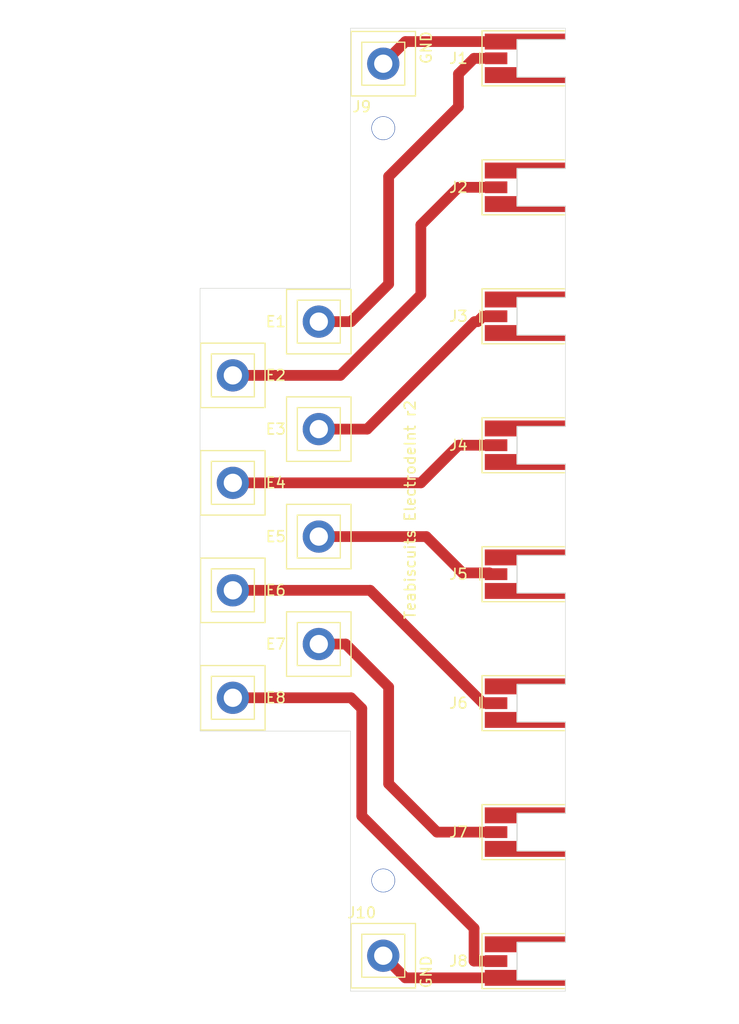
<source format=kicad_pcb>
(kicad_pcb (version 20171130) (host pcbnew "(5.1.6-0-10_14)")

  (general
    (thickness 1.6)
    (drawings 19)
    (tracks 46)
    (zones 0)
    (modules 18)
    (nets 10)
  )

  (page A4)
  (layers
    (0 F.Cu signal)
    (31 B.Cu signal)
    (32 B.Adhes user)
    (33 F.Adhes user)
    (34 B.Paste user)
    (35 F.Paste user)
    (36 B.SilkS user)
    (37 F.SilkS user)
    (38 B.Mask user)
    (39 F.Mask user)
    (40 Dwgs.User user)
    (41 Cmts.User user)
    (42 Eco1.User user)
    (43 Eco2.User user)
    (44 Edge.Cuts user)
    (45 Margin user)
    (46 B.CrtYd user)
    (47 F.CrtYd user)
    (48 B.Fab user)
    (49 F.Fab user)
  )

  (setup
    (last_trace_width 1)
    (trace_clearance 0.2)
    (zone_clearance 0.508)
    (zone_45_only no)
    (trace_min 0.2)
    (via_size 0.8)
    (via_drill 0.4)
    (via_min_size 0.4)
    (via_min_drill 0.3)
    (uvia_size 0.3)
    (uvia_drill 0.1)
    (uvias_allowed no)
    (uvia_min_size 0.2)
    (uvia_min_drill 0.1)
    (edge_width 0.05)
    (segment_width 0.2)
    (pcb_text_width 0.3)
    (pcb_text_size 1.5 1.5)
    (mod_edge_width 0.12)
    (mod_text_size 1 1)
    (mod_text_width 0.15)
    (pad_size 3 1.48)
    (pad_drill 0)
    (pad_to_mask_clearance 0.051)
    (solder_mask_min_width 0.25)
    (aux_axis_origin 0 0)
    (visible_elements FFFFFF7F)
    (pcbplotparams
      (layerselection 0x010fc_ffffffff)
      (usegerberextensions false)
      (usegerberattributes false)
      (usegerberadvancedattributes false)
      (creategerberjobfile false)
      (excludeedgelayer true)
      (linewidth 0.100000)
      (plotframeref false)
      (viasonmask false)
      (mode 1)
      (useauxorigin false)
      (hpglpennumber 1)
      (hpglpenspeed 20)
      (hpglpendiameter 15.000000)
      (psnegative false)
      (psa4output false)
      (plotreference true)
      (plotvalue true)
      (plotinvisibletext false)
      (padsonsilk false)
      (subtractmaskfromsilk false)
      (outputformat 1)
      (mirror false)
      (drillshape 0)
      (scaleselection 1)
      (outputdirectory "gerbers/"))
  )

  (net 0 "")
  (net 1 "Net-(E1-Pad1)")
  (net 2 "Net-(E2-Pad1)")
  (net 3 "Net-(E3-Pad1)")
  (net 4 "Net-(E4-Pad1)")
  (net 5 "Net-(E5-Pad1)")
  (net 6 "Net-(E6-Pad1)")
  (net 7 "Net-(E7-Pad1)")
  (net 8 "Net-(E8-Pad1)")
  (net 9 GND)

  (net_class Default "This is the default net class."
    (clearance 0.2)
    (trace_width 1)
    (via_dia 0.8)
    (via_drill 0.4)
    (uvia_dia 0.3)
    (uvia_drill 0.1)
    (add_net GND)
    (add_net "Net-(E1-Pad1)")
    (add_net "Net-(E2-Pad1)")
    (add_net "Net-(E3-Pad1)")
    (add_net "Net-(E4-Pad1)")
    (add_net "Net-(E5-Pad1)")
    (add_net "Net-(E6-Pad1)")
    (add_net "Net-(E7-Pad1)")
    (add_net "Net-(E8-Pad1)")
  )

  (module Connector_Coaxial:MMCX_Molex_73415-0961_Horizontal_1.0mm-PCB (layer F.Cu) (tedit 5B958AF2) (tstamp 5F05DBA5)
    (at 141.2 44.5 180)
    (descr "Molex MMCX Horizontal Coaxial https://www.molex.com/pdm_docs/sd/734150961_sd.pdf")
    (tags "Molex MMCX Horizontal Coaxial")
    (path /5F06566F)
    (attr smd)
    (fp_text reference J1 (at 6.2 0 180) (layer F.SilkS)
      (effects (font (size 1 1) (thickness 0.15)))
    )
    (fp_text value Conn_Coaxial (at 0 3.5 180) (layer F.Fab)
      (effects (font (size 1 1) (thickness 0.15)))
    )
    (fp_text user "PCB edge" (at -3.35 0 270) (layer Dwgs.User)
      (effects (font (size 0.4 0.4) (thickness 0.06)))
    )
    (fp_text user %R (at 6.2 0 180) (layer F.Fab)
      (effects (font (size 1 1) (thickness 0.15)))
    )
    (fp_line (start 0.75 -1.75) (end -3.75 -1.75) (layer Edge.Cuts) (width 0.1))
    (fp_line (start 0.75 1.75) (end 0.75 -1.75) (layer Edge.Cuts) (width 0.1))
    (fp_line (start -3.75 1.75) (end 0.75 1.75) (layer Edge.Cuts) (width 0.1))
    (fp_line (start 3.18 0) (end 3.68 -0.5) (layer F.Fab) (width 0.1))
    (fp_line (start -3.75 -2.25) (end 3.68 -2.25) (layer F.Fab) (width 0.1))
    (fp_line (start -3.75 -2.25) (end -3.75 2.25) (layer F.Fab) (width 0.1))
    (fp_line (start 3.18 0) (end 3.68 0.5) (layer F.Fab) (width 0.1))
    (fp_line (start 3.68 2.25) (end 3.68 0.5) (layer F.Fab) (width 0.1))
    (fp_line (start -3.75 2.25) (end 3.68 2.25) (layer F.Fab) (width 0.1))
    (fp_line (start -3.75 1.75) (end -3.75 -1.75) (layer Dwgs.User) (width 0.1))
    (fp_line (start -3.69 -2.56) (end 4.01 -2.56) (layer F.SilkS) (width 0.12))
    (fp_line (start 4.01 2.56) (end 4.01 -2.56) (layer F.SilkS) (width 0.12))
    (fp_line (start -3.69 2.56) (end 4.01 2.56) (layer F.SilkS) (width 0.12))
    (fp_line (start 3.68 -0.5) (end 3.68 -2.25) (layer F.Fab) (width 0.1))
    (fp_line (start 4.21 -0.55) (end 4.21 0.55) (layer F.SilkS) (width 0.12))
    (fp_line (start -4.25 -2.8) (end -4.25 2.8) (layer F.CrtYd) (width 0.05))
    (fp_line (start 4.25 -2.8) (end 4.25 2.8) (layer F.CrtYd) (width 0.05))
    (fp_line (start -4.25 2.8) (end 4.25 2.8) (layer F.CrtYd) (width 0.05))
    (fp_line (start -4.25 -2.8) (end 4.25 -2.8) (layer F.CrtYd) (width 0.05))
    (pad 2 smd custom (at 2.25 1.56 180) (size 3 1.48) (layers F.Cu F.Paste F.Mask)
      (net 9 GND)
      (options (clearance outline) (anchor rect))
      (primitives
        (gr_poly (pts
           (xy -6 0.19) (xy -6 0.74) (xy -1.5 0.74) (xy -1.5 0.19)) (width 0))
      ))
    (pad 2 smd custom (at 2.25 -1.56 180) (size 3 1.48) (layers F.Cu F.Paste F.Mask)
      (net 9 GND)
      (options (clearance outline) (anchor rect))
      (primitives
        (gr_poly (pts
           (xy -6 -0.74) (xy -6 -0.19) (xy -1.5 -0.19) (xy -1.5 -0.74)) (width 0))
      ))
    (pad 1 smd rect (at 2.7 0 180) (size 2.1 1.1) (layers F.Cu F.Paste F.Mask)
      (net 1 "Net-(E1-Pad1)"))
    (model ${KISYS3DMOD}/Connector_Coaxial.3dshapes/MMCX_Molex_73415-0961_Horizontal.wrl
      (at (xyz 0 0 0))
      (scale (xyz 1 1 1))
      (rotate (xyz 0 0 0))
    )
  )

  (module screwterminal:KeystonePost (layer F.Cu) (tedit 5F282A0E) (tstamp 5F05E479)
    (at 128 128)
    (path /5F0CD856)
    (fp_text reference J10 (at -2 -4) (layer F.SilkS)
      (effects (font (size 1 1) (thickness 0.15)))
    )
    (fp_text value Conn_01x01 (at -15.5 5.5) (layer F.Fab)
      (effects (font (size 1 1) (thickness 0.15)))
    )
    (fp_line (start 3 3) (end 3 -3) (layer F.SilkS) (width 0.12))
    (fp_line (start -3 3) (end 3 3) (layer F.SilkS) (width 0.12))
    (fp_line (start -3 -3) (end -3 3) (layer F.SilkS) (width 0.12))
    (fp_line (start 3 -3) (end -3 -3) (layer F.SilkS) (width 0.12))
    (fp_line (start -2 2) (end -2 -2) (layer F.SilkS) (width 0.12))
    (fp_line (start 2 2) (end -2 2) (layer F.SilkS) (width 0.12))
    (fp_line (start 2 -2) (end 2 2) (layer F.SilkS) (width 0.12))
    (fp_line (start -2 -2) (end 2 -2) (layer F.SilkS) (width 0.12))
    (pad 1 thru_hole circle (at 0 0) (size 3 3) (drill 1.7) (layers *.Cu *.Mask)
      (net 9 GND))
  )

  (module screwterminal:KeystonePost (layer F.Cu) (tedit 5F282A0E) (tstamp 5F05DEC1)
    (at 128 45)
    (path /5F08875C)
    (fp_text reference J9 (at -2 4) (layer F.SilkS)
      (effects (font (size 1 1) (thickness 0.15)))
    )
    (fp_text value Conn_01x01 (at 0 -5.08) (layer F.Fab)
      (effects (font (size 1 1) (thickness 0.15)))
    )
    (fp_line (start 3 3) (end 3 -3) (layer F.SilkS) (width 0.12))
    (fp_line (start -3 3) (end 3 3) (layer F.SilkS) (width 0.12))
    (fp_line (start -3 -3) (end -3 3) (layer F.SilkS) (width 0.12))
    (fp_line (start 3 -3) (end -3 -3) (layer F.SilkS) (width 0.12))
    (fp_line (start -2 2) (end -2 -2) (layer F.SilkS) (width 0.12))
    (fp_line (start 2 2) (end -2 2) (layer F.SilkS) (width 0.12))
    (fp_line (start 2 -2) (end 2 2) (layer F.SilkS) (width 0.12))
    (fp_line (start -2 -2) (end 2 -2) (layer F.SilkS) (width 0.12))
    (pad 1 thru_hole circle (at 0 0) (size 3 3) (drill 1.7) (layers *.Cu *.Mask)
      (net 9 GND))
  )

  (module Connector_Coaxial:MMCX_Molex_73415-0961_Horizontal_1.0mm-PCB (layer F.Cu) (tedit 5B958AF2) (tstamp 5F05DBF6)
    (at 141.2 128.5 180)
    (descr "Molex MMCX Horizontal Coaxial https://www.molex.com/pdm_docs/sd/734150961_sd.pdf")
    (tags "Molex MMCX Horizontal Coaxial")
    (path /5F0964F4)
    (attr smd)
    (fp_text reference J8 (at 6.2 0) (layer F.SilkS)
      (effects (font (size 1 1) (thickness 0.15)))
    )
    (fp_text value Conn_Coaxial (at -13.02 0.4) (layer F.Fab)
      (effects (font (size 1 1) (thickness 0.15)))
    )
    (fp_text user "PCB edge" (at -3.35 0 90) (layer Dwgs.User)
      (effects (font (size 0.4 0.4) (thickness 0.06)))
    )
    (fp_text user %R (at -1.55 0) (layer F.Fab) hide
      (effects (font (size 1 1) (thickness 0.15)))
    )
    (fp_line (start 0.75 -1.75) (end -3.75 -1.75) (layer Edge.Cuts) (width 0.1))
    (fp_line (start 0.75 1.75) (end 0.75 -1.75) (layer Edge.Cuts) (width 0.1))
    (fp_line (start -3.75 1.75) (end 0.75 1.75) (layer Edge.Cuts) (width 0.1))
    (fp_line (start 3.18 0) (end 3.68 -0.5) (layer F.Fab) (width 0.1))
    (fp_line (start -3.75 -2.25) (end 3.68 -2.25) (layer F.Fab) (width 0.1))
    (fp_line (start -3.75 -2.25) (end -3.75 2.25) (layer F.Fab) (width 0.1))
    (fp_line (start 3.18 0) (end 3.68 0.5) (layer F.Fab) (width 0.1))
    (fp_line (start 3.68 2.25) (end 3.68 0.5) (layer F.Fab) (width 0.1))
    (fp_line (start -3.75 2.25) (end 3.68 2.25) (layer F.Fab) (width 0.1))
    (fp_line (start -3.75 1.75) (end -3.75 -1.75) (layer Dwgs.User) (width 0.1))
    (fp_line (start -3.69 -2.56) (end 4.01 -2.56) (layer F.SilkS) (width 0.12))
    (fp_line (start 4.01 2.56) (end 4.01 -2.56) (layer F.SilkS) (width 0.12))
    (fp_line (start -3.69 2.56) (end 4.01 2.56) (layer F.SilkS) (width 0.12))
    (fp_line (start 3.68 -0.5) (end 3.68 -2.25) (layer F.Fab) (width 0.1))
    (fp_line (start 4.21 -0.55) (end 4.21 0.55) (layer F.SilkS) (width 0.12))
    (fp_line (start -4.25 -2.8) (end -4.25 2.8) (layer F.CrtYd) (width 0.05))
    (fp_line (start 4.25 -2.8) (end 4.25 2.8) (layer F.CrtYd) (width 0.05))
    (fp_line (start -4.25 2.8) (end 4.25 2.8) (layer F.CrtYd) (width 0.05))
    (fp_line (start -4.25 -2.8) (end 4.25 -2.8) (layer F.CrtYd) (width 0.05))
    (pad 2 smd custom (at 2.25 1.56 180) (size 3 1.48) (layers F.Cu F.Paste F.Mask)
      (net 9 GND)
      (options (clearance outline) (anchor rect))
      (primitives
        (gr_poly (pts
           (xy -6 0.19) (xy -6 0.74) (xy -1.5 0.74) (xy -1.5 0.19)) (width 0))
      ))
    (pad 2 smd custom (at 2.25 -1.56 180) (size 3 1.48) (layers F.Cu F.Paste F.Mask)
      (net 9 GND)
      (options (clearance outline) (anchor rect))
      (primitives
        (gr_poly (pts
           (xy -6 -0.74) (xy -6 -0.19) (xy -1.5 -0.19) (xy -1.5 -0.74)) (width 0))
      ))
    (pad 1 smd rect (at 2.7 0 180) (size 2.1 1.1) (layers F.Cu F.Paste F.Mask)
      (net 8 "Net-(E8-Pad1)"))
    (model ${KISYS3DMOD}/Connector_Coaxial.3dshapes/MMCX_Molex_73415-0961_Horizontal.wrl
      (at (xyz 0 0 0))
      (scale (xyz 1 1 1))
      (rotate (xyz 0 0 0))
    )
  )

  (module Connector_Coaxial:MMCX_Molex_73415-0961_Horizontal_1.0mm-PCB (layer F.Cu) (tedit 5B958AF2) (tstamp 5F05F042)
    (at 141.2 116.5 180)
    (descr "Molex MMCX Horizontal Coaxial https://www.molex.com/pdm_docs/sd/734150961_sd.pdf")
    (tags "Molex MMCX Horizontal Coaxial")
    (path /5F0964D5)
    (attr smd)
    (fp_text reference J7 (at 6.2 0) (layer F.SilkS)
      (effects (font (size 1 1) (thickness 0.15)))
    )
    (fp_text value Conn_Coaxial (at -14.8 3.5) (layer F.Fab)
      (effects (font (size 1 1) (thickness 0.15)))
    )
    (fp_text user "PCB edge" (at -3.35 0 90) (layer Dwgs.User)
      (effects (font (size 0.4 0.4) (thickness 0.06)))
    )
    (fp_text user %R (at 6.2 0) (layer F.Fab)
      (effects (font (size 1 1) (thickness 0.15)))
    )
    (fp_line (start 0.75 -1.75) (end -3.75 -1.75) (layer Edge.Cuts) (width 0.1))
    (fp_line (start 0.75 1.75) (end 0.75 -1.75) (layer Edge.Cuts) (width 0.1))
    (fp_line (start -3.75 1.75) (end 0.75 1.75) (layer Edge.Cuts) (width 0.1))
    (fp_line (start 3.18 0) (end 3.68 -0.5) (layer F.Fab) (width 0.1))
    (fp_line (start -3.75 -2.25) (end 3.68 -2.25) (layer F.Fab) (width 0.1))
    (fp_line (start -3.75 -2.25) (end -3.75 2.25) (layer F.Fab) (width 0.1))
    (fp_line (start 3.18 0) (end 3.68 0.5) (layer F.Fab) (width 0.1))
    (fp_line (start 3.68 2.25) (end 3.68 0.5) (layer F.Fab) (width 0.1))
    (fp_line (start -3.75 2.25) (end 3.68 2.25) (layer F.Fab) (width 0.1))
    (fp_line (start -3.75 1.75) (end -3.75 -1.75) (layer Dwgs.User) (width 0.1))
    (fp_line (start -3.69 -2.56) (end 4.01 -2.56) (layer F.SilkS) (width 0.12))
    (fp_line (start 4.01 2.56) (end 4.01 -2.56) (layer F.SilkS) (width 0.12))
    (fp_line (start -3.69 2.56) (end 4.01 2.56) (layer F.SilkS) (width 0.12))
    (fp_line (start 3.68 -0.5) (end 3.68 -2.25) (layer F.Fab) (width 0.1))
    (fp_line (start 4.21 -0.55) (end 4.21 0.55) (layer F.SilkS) (width 0.12))
    (fp_line (start -4.25 -2.8) (end -4.25 2.8) (layer F.CrtYd) (width 0.05))
    (fp_line (start 4.25 -2.8) (end 4.25 2.8) (layer F.CrtYd) (width 0.05))
    (fp_line (start -4.25 2.8) (end 4.25 2.8) (layer F.CrtYd) (width 0.05))
    (fp_line (start -4.25 -2.8) (end 4.25 -2.8) (layer F.CrtYd) (width 0.05))
    (pad 2 smd custom (at 2.25 1.56 180) (size 3 1.48) (layers F.Cu F.Paste F.Mask)
      (net 9 GND)
      (options (clearance outline) (anchor rect))
      (primitives
        (gr_poly (pts
           (xy -6 0.19) (xy -6 0.74) (xy -1.5 0.74) (xy -1.5 0.19)) (width 0))
      ))
    (pad 2 smd custom (at 2.25 -1.56 180) (size 3 1.48) (layers F.Cu F.Paste F.Mask)
      (net 9 GND)
      (options (clearance outline) (anchor rect))
      (primitives
        (gr_poly (pts
           (xy -6 -0.74) (xy -6 -0.19) (xy -1.5 -0.19) (xy -1.5 -0.74)) (width 0))
      ))
    (pad 1 smd rect (at 2.7 0 180) (size 2.1 1.1) (layers F.Cu F.Paste F.Mask)
      (net 7 "Net-(E7-Pad1)"))
    (model ${KISYS3DMOD}/Connector_Coaxial.3dshapes/MMCX_Molex_73415-0961_Horizontal.wrl
      (at (xyz 0 0 0))
      (scale (xyz 1 1 1))
      (rotate (xyz 0 0 0))
    )
  )

  (module Connector_Coaxial:MMCX_Molex_73415-0961_Horizontal_1.0mm-PCB (layer F.Cu) (tedit 5B958AF2) (tstamp 5F05DCE9)
    (at 141.2 104.5 180)
    (descr "Molex MMCX Horizontal Coaxial https://www.molex.com/pdm_docs/sd/734150961_sd.pdf")
    (tags "Molex MMCX Horizontal Coaxial")
    (path /5F0964B6)
    (attr smd)
    (fp_text reference J6 (at 6.2 0) (layer F.SilkS)
      (effects (font (size 1 1) (thickness 0.15)))
    )
    (fp_text value Conn_Coaxial (at -13.3 0) (layer F.Fab)
      (effects (font (size 1 1) (thickness 0.15)))
    )
    (fp_text user "PCB edge" (at -3.35 0 90) (layer Dwgs.User)
      (effects (font (size 0.4 0.4) (thickness 0.06)))
    )
    (fp_text user %R (at 6.2 0) (layer F.Fab)
      (effects (font (size 1 1) (thickness 0.15)))
    )
    (fp_line (start 0.75 -1.75) (end -3.75 -1.75) (layer Edge.Cuts) (width 0.1))
    (fp_line (start 0.75 1.75) (end 0.75 -1.75) (layer Edge.Cuts) (width 0.1))
    (fp_line (start -3.75 1.75) (end 0.75 1.75) (layer Edge.Cuts) (width 0.1))
    (fp_line (start 3.18 0) (end 3.68 -0.5) (layer F.Fab) (width 0.1))
    (fp_line (start -3.75 -2.25) (end 3.68 -2.25) (layer F.Fab) (width 0.1))
    (fp_line (start -3.75 -2.25) (end -3.75 2.25) (layer F.Fab) (width 0.1))
    (fp_line (start 3.18 0) (end 3.68 0.5) (layer F.Fab) (width 0.1))
    (fp_line (start 3.68 2.25) (end 3.68 0.5) (layer F.Fab) (width 0.1))
    (fp_line (start -3.75 2.25) (end 3.68 2.25) (layer F.Fab) (width 0.1))
    (fp_line (start -3.75 1.75) (end -3.75 -1.75) (layer Dwgs.User) (width 0.1))
    (fp_line (start -3.69 -2.56) (end 4.01 -2.56) (layer F.SilkS) (width 0.12))
    (fp_line (start 4.01 2.56) (end 4.01 -2.56) (layer F.SilkS) (width 0.12))
    (fp_line (start -3.69 2.56) (end 4.01 2.56) (layer F.SilkS) (width 0.12))
    (fp_line (start 3.68 -0.5) (end 3.68 -2.25) (layer F.Fab) (width 0.1))
    (fp_line (start 4.21 -0.55) (end 4.21 0.55) (layer F.SilkS) (width 0.12))
    (fp_line (start -4.25 -2.8) (end -4.25 2.8) (layer F.CrtYd) (width 0.05))
    (fp_line (start 4.25 -2.8) (end 4.25 2.8) (layer F.CrtYd) (width 0.05))
    (fp_line (start -4.25 2.8) (end 4.25 2.8) (layer F.CrtYd) (width 0.05))
    (fp_line (start -4.25 -2.8) (end 4.25 -2.8) (layer F.CrtYd) (width 0.05))
    (pad 2 smd custom (at 2.25 1.56 180) (size 3 1.48) (layers F.Cu F.Paste F.Mask)
      (net 9 GND)
      (options (clearance outline) (anchor rect))
      (primitives
        (gr_poly (pts
           (xy -6 0.19) (xy -6 0.74) (xy -1.5 0.74) (xy -1.5 0.19)) (width 0))
      ))
    (pad 2 smd custom (at 2.25 -1.56 180) (size 3 1.48) (layers F.Cu F.Paste F.Mask)
      (net 9 GND)
      (options (clearance outline) (anchor rect))
      (primitives
        (gr_poly (pts
           (xy -6 -0.74) (xy -6 -0.19) (xy -1.5 -0.19) (xy -1.5 -0.74)) (width 0))
      ))
    (pad 1 smd rect (at 2.7 0 180) (size 2.1 1.1) (layers F.Cu F.Paste F.Mask)
      (net 6 "Net-(E6-Pad1)"))
    (model ${KISYS3DMOD}/Connector_Coaxial.3dshapes/MMCX_Molex_73415-0961_Horizontal.wrl
      (at (xyz 0 0 0))
      (scale (xyz 1 1 1))
      (rotate (xyz 0 0 0))
    )
  )

  (module Connector_Coaxial:MMCX_Molex_73415-0961_Horizontal_1.0mm-PCB (layer F.Cu) (tedit 5B958AF2) (tstamp 5F05DD3A)
    (at 141.2 92.5 180)
    (descr "Molex MMCX Horizontal Coaxial https://www.molex.com/pdm_docs/sd/734150961_sd.pdf")
    (tags "Molex MMCX Horizontal Coaxial")
    (path /5F096497)
    (attr smd)
    (fp_text reference J5 (at 6.2 0) (layer F.SilkS)
      (effects (font (size 1 1) (thickness 0.15)))
    )
    (fp_text value Conn_Coaxial (at 0 3.5) (layer F.Fab)
      (effects (font (size 1 1) (thickness 0.15)))
    )
    (fp_text user "PCB edge" (at -3.35 0 90) (layer Dwgs.User)
      (effects (font (size 0.4 0.4) (thickness 0.06)))
    )
    (fp_text user %R (at 6.2 0) (layer F.Fab)
      (effects (font (size 1 1) (thickness 0.15)))
    )
    (fp_line (start 0.75 -1.75) (end -3.75 -1.75) (layer Edge.Cuts) (width 0.1))
    (fp_line (start 0.75 1.75) (end 0.75 -1.75) (layer Edge.Cuts) (width 0.1))
    (fp_line (start -3.75 1.75) (end 0.75 1.75) (layer Edge.Cuts) (width 0.1))
    (fp_line (start 3.18 0) (end 3.68 -0.5) (layer F.Fab) (width 0.1))
    (fp_line (start -3.75 -2.25) (end 3.68 -2.25) (layer F.Fab) (width 0.1))
    (fp_line (start -3.75 -2.25) (end -3.75 2.25) (layer F.Fab) (width 0.1))
    (fp_line (start 3.18 0) (end 3.68 0.5) (layer F.Fab) (width 0.1))
    (fp_line (start 3.68 2.25) (end 3.68 0.5) (layer F.Fab) (width 0.1))
    (fp_line (start -3.75 2.25) (end 3.68 2.25) (layer F.Fab) (width 0.1))
    (fp_line (start -3.75 1.75) (end -3.75 -1.75) (layer Dwgs.User) (width 0.1))
    (fp_line (start -3.69 -2.56) (end 4.01 -2.56) (layer F.SilkS) (width 0.12))
    (fp_line (start 4.01 2.56) (end 4.01 -2.56) (layer F.SilkS) (width 0.12))
    (fp_line (start -3.69 2.56) (end 4.01 2.56) (layer F.SilkS) (width 0.12))
    (fp_line (start 3.68 -0.5) (end 3.68 -2.25) (layer F.Fab) (width 0.1))
    (fp_line (start 4.21 -0.55) (end 4.21 0.55) (layer F.SilkS) (width 0.12))
    (fp_line (start -4.25 -2.8) (end -4.25 2.8) (layer F.CrtYd) (width 0.05))
    (fp_line (start 4.25 -2.8) (end 4.25 2.8) (layer F.CrtYd) (width 0.05))
    (fp_line (start -4.25 2.8) (end 4.25 2.8) (layer F.CrtYd) (width 0.05))
    (fp_line (start -4.25 -2.8) (end 4.25 -2.8) (layer F.CrtYd) (width 0.05))
    (pad 2 smd custom (at 2.25 1.56 180) (size 3 1.48) (layers F.Cu F.Paste F.Mask)
      (net 9 GND)
      (options (clearance outline) (anchor rect))
      (primitives
        (gr_poly (pts
           (xy -6 0.19) (xy -6 0.74) (xy -1.5 0.74) (xy -1.5 0.19)) (width 0))
      ))
    (pad 2 smd custom (at 2.25 -1.56 180) (size 3 1.48) (layers F.Cu F.Paste F.Mask)
      (net 9 GND)
      (options (clearance outline) (anchor rect))
      (primitives
        (gr_poly (pts
           (xy -6 -0.74) (xy -6 -0.19) (xy -1.5 -0.19) (xy -1.5 -0.74)) (width 0))
      ))
    (pad 1 smd rect (at 2.7 0 180) (size 2.1 1.1) (layers F.Cu F.Paste F.Mask)
      (net 5 "Net-(E5-Pad1)"))
    (model ${KISYS3DMOD}/Connector_Coaxial.3dshapes/MMCX_Molex_73415-0961_Horizontal.wrl
      (at (xyz 0 0 0))
      (scale (xyz 1 1 1))
      (rotate (xyz 0 0 0))
    )
  )

  (module Connector_Coaxial:MMCX_Molex_73415-0961_Horizontal_1.0mm-PCB (layer F.Cu) (tedit 5B958AF2) (tstamp 5F05DD8B)
    (at 141.2 80.5 180)
    (descr "Molex MMCX Horizontal Coaxial https://www.molex.com/pdm_docs/sd/734150961_sd.pdf")
    (tags "Molex MMCX Horizontal Coaxial")
    (path /5F091AAC)
    (attr smd)
    (fp_text reference J4 (at 6.2 0) (layer F.SilkS)
      (effects (font (size 1 1) (thickness 0.15)))
    )
    (fp_text value Conn_Coaxial (at -11.3 2.5) (layer F.Fab)
      (effects (font (size 1 1) (thickness 0.15)))
    )
    (fp_text user "PCB edge" (at -3.35 0 90) (layer Dwgs.User)
      (effects (font (size 0.4 0.4) (thickness 0.06)))
    )
    (fp_text user %R (at 6.2 0) (layer F.Fab)
      (effects (font (size 1 1) (thickness 0.15)))
    )
    (fp_line (start 0.75 -1.75) (end -3.75 -1.75) (layer Edge.Cuts) (width 0.1))
    (fp_line (start 0.75 1.75) (end 0.75 -1.75) (layer Edge.Cuts) (width 0.1))
    (fp_line (start -3.75 1.75) (end 0.75 1.75) (layer Edge.Cuts) (width 0.1))
    (fp_line (start 3.18 0) (end 3.68 -0.5) (layer F.Fab) (width 0.1))
    (fp_line (start -3.75 -2.25) (end 3.68 -2.25) (layer F.Fab) (width 0.1))
    (fp_line (start -3.75 -2.25) (end -3.75 2.25) (layer F.Fab) (width 0.1))
    (fp_line (start 3.18 0) (end 3.68 0.5) (layer F.Fab) (width 0.1))
    (fp_line (start 3.68 2.25) (end 3.68 0.5) (layer F.Fab) (width 0.1))
    (fp_line (start -3.75 2.25) (end 3.68 2.25) (layer F.Fab) (width 0.1))
    (fp_line (start -3.75 1.75) (end -3.75 -1.75) (layer Dwgs.User) (width 0.1))
    (fp_line (start -3.69 -2.56) (end 4.01 -2.56) (layer F.SilkS) (width 0.12))
    (fp_line (start 4.01 2.56) (end 4.01 -2.56) (layer F.SilkS) (width 0.12))
    (fp_line (start -3.69 2.56) (end 4.01 2.56) (layer F.SilkS) (width 0.12))
    (fp_line (start 3.68 -0.5) (end 3.68 -2.25) (layer F.Fab) (width 0.1))
    (fp_line (start 4.21 -0.55) (end 4.21 0.55) (layer F.SilkS) (width 0.12))
    (fp_line (start -4.25 -2.8) (end -4.25 2.8) (layer F.CrtYd) (width 0.05))
    (fp_line (start 4.25 -2.8) (end 4.25 2.8) (layer F.CrtYd) (width 0.05))
    (fp_line (start -4.25 2.8) (end 4.25 2.8) (layer F.CrtYd) (width 0.05))
    (fp_line (start -4.25 -2.8) (end 4.25 -2.8) (layer F.CrtYd) (width 0.05))
    (pad 2 smd custom (at 2.25 1.56 180) (size 3 1.48) (layers F.Cu F.Paste F.Mask)
      (net 9 GND)
      (options (clearance outline) (anchor rect))
      (primitives
        (gr_poly (pts
           (xy -6 0.19) (xy -6 0.74) (xy -1.5 0.74) (xy -1.5 0.19)) (width 0))
      ))
    (pad 2 smd custom (at 2.25 -1.56 180) (size 3 1.48) (layers F.Cu F.Paste F.Mask)
      (net 9 GND)
      (options (clearance outline) (anchor rect))
      (primitives
        (gr_poly (pts
           (xy -6 -0.74) (xy -6 -0.19) (xy -1.5 -0.19) (xy -1.5 -0.74)) (width 0))
      ))
    (pad 1 smd rect (at 2.7 0 180) (size 2.1 1.1) (layers F.Cu F.Paste F.Mask)
      (net 4 "Net-(E4-Pad1)"))
    (model ${KISYS3DMOD}/Connector_Coaxial.3dshapes/MMCX_Molex_73415-0961_Horizontal.wrl
      (at (xyz 0 0 0))
      (scale (xyz 1 1 1))
      (rotate (xyz 0 0 0))
    )
  )

  (module Connector_Coaxial:MMCX_Molex_73415-0961_Horizontal_1.0mm-PCB (layer F.Cu) (tedit 5B958AF2) (tstamp 5F05DC98)
    (at 141.2 68.5 180)
    (descr "Molex MMCX Horizontal Coaxial https://www.molex.com/pdm_docs/sd/734150961_sd.pdf")
    (tags "Molex MMCX Horizontal Coaxial")
    (path /5F08C2C0)
    (attr smd)
    (fp_text reference J3 (at 6.2 0) (layer F.SilkS)
      (effects (font (size 1 1) (thickness 0.15)))
    )
    (fp_text value Conn_Coaxial (at 0 3.5) (layer F.Fab)
      (effects (font (size 1 1) (thickness 0.15)))
    )
    (fp_text user "PCB edge" (at -3.35 0 90) (layer Dwgs.User)
      (effects (font (size 0.4 0.4) (thickness 0.06)))
    )
    (fp_text user %R (at 6.2 0) (layer F.Fab)
      (effects (font (size 1 1) (thickness 0.15)))
    )
    (fp_line (start 0.75 -1.75) (end -3.75 -1.75) (layer Edge.Cuts) (width 0.1))
    (fp_line (start 0.75 1.75) (end 0.75 -1.75) (layer Edge.Cuts) (width 0.1))
    (fp_line (start -3.75 1.75) (end 0.75 1.75) (layer Edge.Cuts) (width 0.1))
    (fp_line (start 3.18 0) (end 3.68 -0.5) (layer F.Fab) (width 0.1))
    (fp_line (start -3.75 -2.25) (end 3.68 -2.25) (layer F.Fab) (width 0.1))
    (fp_line (start -3.75 -2.25) (end -3.75 2.25) (layer F.Fab) (width 0.1))
    (fp_line (start 3.18 0) (end 3.68 0.5) (layer F.Fab) (width 0.1))
    (fp_line (start 3.68 2.25) (end 3.68 0.5) (layer F.Fab) (width 0.1))
    (fp_line (start -3.75 2.25) (end 3.68 2.25) (layer F.Fab) (width 0.1))
    (fp_line (start -3.75 1.75) (end -3.75 -1.75) (layer Dwgs.User) (width 0.1))
    (fp_line (start -3.69 -2.56) (end 4.01 -2.56) (layer F.SilkS) (width 0.12))
    (fp_line (start 4.01 2.56) (end 4.01 -2.56) (layer F.SilkS) (width 0.12))
    (fp_line (start -3.69 2.56) (end 4.01 2.56) (layer F.SilkS) (width 0.12))
    (fp_line (start 3.68 -0.5) (end 3.68 -2.25) (layer F.Fab) (width 0.1))
    (fp_line (start 4.21 -0.55) (end 4.21 0.55) (layer F.SilkS) (width 0.12))
    (fp_line (start -4.25 -2.8) (end -4.25 2.8) (layer F.CrtYd) (width 0.05))
    (fp_line (start 4.25 -2.8) (end 4.25 2.8) (layer F.CrtYd) (width 0.05))
    (fp_line (start -4.25 2.8) (end 4.25 2.8) (layer F.CrtYd) (width 0.05))
    (fp_line (start -4.25 -2.8) (end 4.25 -2.8) (layer F.CrtYd) (width 0.05))
    (pad 2 smd custom (at 2.25 1.56 180) (size 3 1.48) (layers F.Cu F.Paste F.Mask)
      (net 9 GND)
      (options (clearance outline) (anchor rect))
      (primitives
        (gr_poly (pts
           (xy -6 0.19) (xy -6 0.74) (xy -1.5 0.74) (xy -1.5 0.19)) (width 0))
      ))
    (pad 2 smd custom (at 2.25 -1.56 180) (size 3 1.48) (layers F.Cu F.Paste F.Mask)
      (net 9 GND)
      (options (clearance outline) (anchor rect))
      (primitives
        (gr_poly (pts
           (xy -6 -0.74) (xy -6 -0.19) (xy -1.5 -0.19) (xy -1.5 -0.74)) (width 0))
      ))
    (pad 1 smd rect (at 2.7 0 180) (size 2.1 1.1) (layers F.Cu F.Paste F.Mask)
      (net 3 "Net-(E3-Pad1)"))
    (model ${KISYS3DMOD}/Connector_Coaxial.3dshapes/MMCX_Molex_73415-0961_Horizontal.wrl
      (at (xyz 0 0 0))
      (scale (xyz 1 1 1))
      (rotate (xyz 0 0 0))
    )
  )

  (module Connector_Coaxial:MMCX_Molex_73415-0961_Horizontal_1.0mm-PCB (layer F.Cu) (tedit 5B958AF2) (tstamp 5F05DB54)
    (at 141.2 56.5 180)
    (descr "Molex MMCX Horizontal Coaxial https://www.molex.com/pdm_docs/sd/734150961_sd.pdf")
    (tags "Molex MMCX Horizontal Coaxial")
    (path /5F089C80)
    (attr smd)
    (fp_text reference J2 (at 6.2 0) (layer F.SilkS)
      (effects (font (size 1 1) (thickness 0.15)))
    )
    (fp_text value Conn_Coaxial (at -11.3 1) (layer F.Fab)
      (effects (font (size 1 1) (thickness 0.15)))
    )
    (fp_text user "PCB edge" (at -3.35 0 90) (layer Dwgs.User)
      (effects (font (size 0.4 0.4) (thickness 0.06)))
    )
    (fp_text user %R (at 6.2 0) (layer F.Fab)
      (effects (font (size 1 1) (thickness 0.15)))
    )
    (fp_line (start 0.75 -1.75) (end -3.75 -1.75) (layer Edge.Cuts) (width 0.1))
    (fp_line (start 0.75 1.75) (end 0.75 -1.75) (layer Edge.Cuts) (width 0.1))
    (fp_line (start -3.75 1.75) (end 0.75 1.75) (layer Edge.Cuts) (width 0.1))
    (fp_line (start 3.18 0) (end 3.68 -0.5) (layer F.Fab) (width 0.1))
    (fp_line (start -3.75 -2.25) (end 3.68 -2.25) (layer F.Fab) (width 0.1))
    (fp_line (start -3.75 -2.25) (end -3.75 2.25) (layer F.Fab) (width 0.1))
    (fp_line (start 3.18 0) (end 3.68 0.5) (layer F.Fab) (width 0.1))
    (fp_line (start 3.68 2.25) (end 3.68 0.5) (layer F.Fab) (width 0.1))
    (fp_line (start -3.75 2.25) (end 3.68 2.25) (layer F.Fab) (width 0.1))
    (fp_line (start -3.75 1.75) (end -3.75 -1.75) (layer Dwgs.User) (width 0.1))
    (fp_line (start -3.69 -2.56) (end 4.01 -2.56) (layer F.SilkS) (width 0.12))
    (fp_line (start 4.01 2.56) (end 4.01 -2.56) (layer F.SilkS) (width 0.12))
    (fp_line (start -3.69 2.56) (end 4.01 2.56) (layer F.SilkS) (width 0.12))
    (fp_line (start 3.68 -0.5) (end 3.68 -2.25) (layer F.Fab) (width 0.1))
    (fp_line (start 4.21 -0.55) (end 4.21 0.55) (layer F.SilkS) (width 0.12))
    (fp_line (start -4.25 -2.8) (end -4.25 2.8) (layer F.CrtYd) (width 0.05))
    (fp_line (start 4.25 -2.8) (end 4.25 2.8) (layer F.CrtYd) (width 0.05))
    (fp_line (start -4.25 2.8) (end 4.25 2.8) (layer F.CrtYd) (width 0.05))
    (fp_line (start -4.25 -2.8) (end 4.25 -2.8) (layer F.CrtYd) (width 0.05))
    (pad 2 smd custom (at 2.25 1.56 180) (size 3 1.48) (layers F.Cu F.Paste F.Mask)
      (net 9 GND)
      (options (clearance outline) (anchor rect))
      (primitives
        (gr_poly (pts
           (xy -6 0.19) (xy -6 0.74) (xy -1.5 0.74) (xy -1.5 0.19)) (width 0))
      ))
    (pad 2 smd custom (at 2.25 -1.56 180) (size 3 1.48) (layers F.Cu F.Paste F.Mask)
      (net 9 GND)
      (options (clearance outline) (anchor rect))
      (primitives
        (gr_poly (pts
           (xy -6 -0.74) (xy -6 -0.19) (xy -1.5 -0.19) (xy -1.5 -0.74)) (width 0))
      ))
    (pad 1 smd rect (at 2.7 0 180) (size 2.1 1.1) (layers F.Cu F.Paste F.Mask)
      (net 2 "Net-(E2-Pad1)"))
    (model ${KISYS3DMOD}/Connector_Coaxial.3dshapes/MMCX_Molex_73415-0961_Horizontal.wrl
      (at (xyz 0 0 0))
      (scale (xyz 1 1 1))
      (rotate (xyz 0 0 0))
    )
  )

  (module screwterminal:KeystonePost (layer F.Cu) (tedit 5F282A0E) (tstamp 5F0587BD)
    (at 114 104)
    (path /5F0964EA)
    (fp_text reference E8 (at 4 0) (layer F.SilkS)
      (effects (font (size 1 1) (thickness 0.15)))
    )
    (fp_text value Conn_01x01 (at -14 -5) (layer F.Fab)
      (effects (font (size 1 1) (thickness 0.15)))
    )
    (fp_line (start 3 3) (end 3 -3) (layer F.SilkS) (width 0.12))
    (fp_line (start -3 3) (end 3 3) (layer F.SilkS) (width 0.12))
    (fp_line (start -3 -3) (end -3 3) (layer F.SilkS) (width 0.12))
    (fp_line (start 3 -3) (end -3 -3) (layer F.SilkS) (width 0.12))
    (fp_line (start -2 2) (end -2 -2) (layer F.SilkS) (width 0.12))
    (fp_line (start 2 2) (end -2 2) (layer F.SilkS) (width 0.12))
    (fp_line (start 2 -2) (end 2 2) (layer F.SilkS) (width 0.12))
    (fp_line (start -2 -2) (end 2 -2) (layer F.SilkS) (width 0.12))
    (pad 1 thru_hole circle (at 0 0) (size 3 3) (drill 1.7) (layers *.Cu *.Mask)
      (net 8 "Net-(E8-Pad1)"))
  )

  (module screwterminal:KeystonePost (layer F.Cu) (tedit 5F282A0E) (tstamp 5F0587B0)
    (at 122 99)
    (path /5F0964CB)
    (fp_text reference E7 (at -4 0) (layer F.SilkS)
      (effects (font (size 1 1) (thickness 0.15)))
    )
    (fp_text value Conn_01x01 (at 0 -5.08) (layer F.Fab)
      (effects (font (size 1 1) (thickness 0.15)))
    )
    (fp_line (start 3 3) (end 3 -3) (layer F.SilkS) (width 0.12))
    (fp_line (start -3 3) (end 3 3) (layer F.SilkS) (width 0.12))
    (fp_line (start -3 -3) (end -3 3) (layer F.SilkS) (width 0.12))
    (fp_line (start 3 -3) (end -3 -3) (layer F.SilkS) (width 0.12))
    (fp_line (start -2 2) (end -2 -2) (layer F.SilkS) (width 0.12))
    (fp_line (start 2 2) (end -2 2) (layer F.SilkS) (width 0.12))
    (fp_line (start 2 -2) (end 2 2) (layer F.SilkS) (width 0.12))
    (fp_line (start -2 -2) (end 2 -2) (layer F.SilkS) (width 0.12))
    (pad 1 thru_hole circle (at 0 0) (size 3 3) (drill 1.7) (layers *.Cu *.Mask)
      (net 7 "Net-(E7-Pad1)"))
  )

  (module screwterminal:KeystonePost (layer F.Cu) (tedit 5F282A0E) (tstamp 5F059091)
    (at 114 94)
    (path /5F0964AC)
    (fp_text reference E6 (at 4 0) (layer F.SilkS)
      (effects (font (size 1 1) (thickness 0.15)))
    )
    (fp_text value Conn_01x01 (at -12 -5.5) (layer F.Fab)
      (effects (font (size 1 1) (thickness 0.15)))
    )
    (fp_line (start 3 3) (end 3 -3) (layer F.SilkS) (width 0.12))
    (fp_line (start -3 3) (end 3 3) (layer F.SilkS) (width 0.12))
    (fp_line (start -3 -3) (end -3 3) (layer F.SilkS) (width 0.12))
    (fp_line (start 3 -3) (end -3 -3) (layer F.SilkS) (width 0.12))
    (fp_line (start -2 2) (end -2 -2) (layer F.SilkS) (width 0.12))
    (fp_line (start 2 2) (end -2 2) (layer F.SilkS) (width 0.12))
    (fp_line (start 2 -2) (end 2 2) (layer F.SilkS) (width 0.12))
    (fp_line (start -2 -2) (end 2 -2) (layer F.SilkS) (width 0.12))
    (pad 1 thru_hole circle (at 0 0) (size 3 3) (drill 1.7) (layers *.Cu *.Mask)
      (net 6 "Net-(E6-Pad1)"))
  )

  (module screwterminal:KeystonePost (layer F.Cu) (tedit 5F282A0E) (tstamp 5F058CB7)
    (at 122 89)
    (path /5F09648D)
    (fp_text reference E5 (at -4 0) (layer F.SilkS)
      (effects (font (size 1 1) (thickness 0.15)))
    )
    (fp_text value Conn_01x01 (at 0 -5.08) (layer F.Fab)
      (effects (font (size 1 1) (thickness 0.15)))
    )
    (fp_line (start 3 3) (end 3 -3) (layer F.SilkS) (width 0.12))
    (fp_line (start -3 3) (end 3 3) (layer F.SilkS) (width 0.12))
    (fp_line (start -3 -3) (end -3 3) (layer F.SilkS) (width 0.12))
    (fp_line (start 3 -3) (end -3 -3) (layer F.SilkS) (width 0.12))
    (fp_line (start -2 2) (end -2 -2) (layer F.SilkS) (width 0.12))
    (fp_line (start 2 2) (end -2 2) (layer F.SilkS) (width 0.12))
    (fp_line (start 2 -2) (end 2 2) (layer F.SilkS) (width 0.12))
    (fp_line (start -2 -2) (end 2 -2) (layer F.SilkS) (width 0.12))
    (pad 1 thru_hole circle (at 0 0) (size 3 3) (drill 1.7) (layers *.Cu *.Mask)
      (net 5 "Net-(E5-Pad1)"))
  )

  (module screwterminal:KeystonePost (layer F.Cu) (tedit 5F282A0E) (tstamp 5F058CDB)
    (at 114 84)
    (path /5F091AA2)
    (fp_text reference E4 (at 4 0) (layer F.SilkS)
      (effects (font (size 1 1) (thickness 0.15)))
    )
    (fp_text value Conn_01x01 (at -14.5 -6) (layer F.Fab)
      (effects (font (size 1 1) (thickness 0.15)))
    )
    (fp_line (start 3 3) (end 3 -3) (layer F.SilkS) (width 0.12))
    (fp_line (start -3 3) (end 3 3) (layer F.SilkS) (width 0.12))
    (fp_line (start -3 -3) (end -3 3) (layer F.SilkS) (width 0.12))
    (fp_line (start 3 -3) (end -3 -3) (layer F.SilkS) (width 0.12))
    (fp_line (start -2 2) (end -2 -2) (layer F.SilkS) (width 0.12))
    (fp_line (start 2 2) (end -2 2) (layer F.SilkS) (width 0.12))
    (fp_line (start 2 -2) (end 2 2) (layer F.SilkS) (width 0.12))
    (fp_line (start -2 -2) (end 2 -2) (layer F.SilkS) (width 0.12))
    (pad 1 thru_hole circle (at 0 0) (size 3 3) (drill 1.7) (layers *.Cu *.Mask)
      (net 4 "Net-(E4-Pad1)"))
  )

  (module screwterminal:KeystonePost (layer F.Cu) (tedit 5F282A0E) (tstamp 5F058D47)
    (at 122 79)
    (path /5F08C2B6)
    (fp_text reference E3 (at -4 0) (layer F.SilkS)
      (effects (font (size 1 1) (thickness 0.15)))
    )
    (fp_text value Conn_01x01 (at -25 1.5) (layer F.Fab)
      (effects (font (size 1 1) (thickness 0.15)))
    )
    (fp_line (start 3 3) (end 3 -3) (layer F.SilkS) (width 0.12))
    (fp_line (start -3 3) (end 3 3) (layer F.SilkS) (width 0.12))
    (fp_line (start -3 -3) (end -3 3) (layer F.SilkS) (width 0.12))
    (fp_line (start 3 -3) (end -3 -3) (layer F.SilkS) (width 0.12))
    (fp_line (start -2 2) (end -2 -2) (layer F.SilkS) (width 0.12))
    (fp_line (start 2 2) (end -2 2) (layer F.SilkS) (width 0.12))
    (fp_line (start 2 -2) (end 2 2) (layer F.SilkS) (width 0.12))
    (fp_line (start -2 -2) (end 2 -2) (layer F.SilkS) (width 0.12))
    (pad 1 thru_hole circle (at 0 0) (size 3 3) (drill 1.7) (layers *.Cu *.Mask)
      (net 3 "Net-(E3-Pad1)"))
  )

  (module screwterminal:KeystonePost (layer F.Cu) (tedit 5F282A0E) (tstamp 5F058D23)
    (at 114 74)
    (path /5F089C76)
    (fp_text reference E2 (at 4 0) (layer F.SilkS)
      (effects (font (size 1 1) (thickness 0.15)))
    )
    (fp_text value Conn_01x01 (at -14.5 -2.5) (layer F.Fab)
      (effects (font (size 1 1) (thickness 0.15)))
    )
    (fp_line (start 3 3) (end 3 -3) (layer F.SilkS) (width 0.12))
    (fp_line (start -3 3) (end 3 3) (layer F.SilkS) (width 0.12))
    (fp_line (start -3 -3) (end -3 3) (layer F.SilkS) (width 0.12))
    (fp_line (start 3 -3) (end -3 -3) (layer F.SilkS) (width 0.12))
    (fp_line (start -2 2) (end -2 -2) (layer F.SilkS) (width 0.12))
    (fp_line (start 2 2) (end -2 2) (layer F.SilkS) (width 0.12))
    (fp_line (start 2 -2) (end 2 2) (layer F.SilkS) (width 0.12))
    (fp_line (start -2 -2) (end 2 -2) (layer F.SilkS) (width 0.12))
    (pad 1 thru_hole circle (at 0 0) (size 3 3) (drill 1.7) (layers *.Cu *.Mask)
      (net 2 "Net-(E2-Pad1)"))
  )

  (module screwterminal:KeystonePost (layer F.Cu) (tedit 5F282A0E) (tstamp 5F058DBC)
    (at 122 69)
    (path /5F052FE0)
    (fp_text reference E1 (at -4 0) (layer F.SilkS)
      (effects (font (size 1 1) (thickness 0.15)))
    )
    (fp_text value Conn_01x01 (at -20.5 -1) (layer F.Fab)
      (effects (font (size 1 1) (thickness 0.15)))
    )
    (fp_line (start 3 3) (end 3 -3) (layer F.SilkS) (width 0.12))
    (fp_line (start -3 3) (end 3 3) (layer F.SilkS) (width 0.12))
    (fp_line (start -3 -3) (end -3 3) (layer F.SilkS) (width 0.12))
    (fp_line (start 3 -3) (end -3 -3) (layer F.SilkS) (width 0.12))
    (fp_line (start -2 2) (end -2 -2) (layer F.SilkS) (width 0.12))
    (fp_line (start 2 2) (end -2 2) (layer F.SilkS) (width 0.12))
    (fp_line (start 2 -2) (end 2 2) (layer F.SilkS) (width 0.12))
    (fp_line (start -2 -2) (end 2 -2) (layer F.SilkS) (width 0.12))
    (pad 1 thru_hole circle (at 0 0) (size 3 3) (drill 1.7) (layers *.Cu *.Mask)
      (net 1 "Net-(E1-Pad1)"))
  )

  (gr_text GND (at 132 43.5 90) (layer F.SilkS) (tstamp 5F05F4EF)
    (effects (font (size 1 1) (thickness 0.15)))
  )
  (gr_text GND (at 132 129.5 90) (layer F.SilkS)
    (effects (font (size 1 1) (thickness 0.15)))
  )
  (gr_text "Teabiscuits ElectrodeInt r2" (at 130.5 86.5 90) (layer F.SilkS)
    (effects (font (size 1 1) (thickness 0.15)))
  )
  (gr_line (start 144.95 54.75) (end 144.95 46.25) (layer Edge.Cuts) (width 0.05))
  (gr_line (start 144.95 66.75) (end 144.95 58.25) (layer Edge.Cuts) (width 0.05))
  (gr_line (start 144.95 78.75) (end 144.95 70.25) (layer Edge.Cuts) (width 0.05))
  (gr_line (start 144.95 90.75) (end 144.95 82.25) (layer Edge.Cuts) (width 0.05))
  (gr_line (start 144.95 102.75) (end 144.95 94.25) (layer Edge.Cuts) (width 0.05))
  (gr_line (start 144.95 114.75) (end 144.95 106.25) (layer Edge.Cuts) (width 0.05))
  (gr_line (start 144.95 126.75) (end 144.95 118.25) (layer Edge.Cuts) (width 0.05))
  (gr_line (start 144.95 131.3) (end 144.95 130.25) (layer Edge.Cuts) (width 0.05))
  (gr_line (start 124.95 131.3) (end 144.95 131.3) (layer Edge.Cuts) (width 0.05))
  (gr_line (start 124.95 107.1) (end 124.95 131.3) (layer Edge.Cuts) (width 0.05))
  (gr_line (start 110.95 107.1) (end 124.95 107.1) (layer Edge.Cuts) (width 0.05))
  (gr_line (start 110.95 65.9) (end 110.95 107.1) (layer Edge.Cuts) (width 0.05))
  (gr_line (start 124.95 65.9) (end 110.95 65.9) (layer Edge.Cuts) (width 0.05))
  (gr_line (start 124.95 41.7) (end 124.95 65.9) (layer Edge.Cuts) (width 0.05))
  (gr_line (start 144.95 41.7) (end 124.95 41.7) (layer Edge.Cuts) (width 0.05))
  (gr_line (start 144.95 42.75) (end 144.95 41.7) (layer Edge.Cuts) (width 0.05))

  (via (at 128 121) (size 2.2) (drill 2.1) (layers F.Cu B.Cu) (net 0) (tstamp 5F05E4D6))
  (via (at 128 51) (size 2.2) (drill 2.1) (layers F.Cu B.Cu) (net 0) (tstamp 5F05E4D0))
  (segment (start 125 69) (end 122 69) (width 1) (layer F.Cu) (net 1))
  (segment (start 128.5 65.5) (end 125 69) (width 1) (layer F.Cu) (net 1))
  (segment (start 128.5 65.5) (end 128.5 55.5) (width 1) (layer F.Cu) (net 1))
  (segment (start 128.5 55.5) (end 135 49) (width 1) (layer F.Cu) (net 1))
  (segment (start 135 45.95) (end 135 49) (width 1) (layer F.Cu) (net 1))
  (segment (start 136.45 44.5) (end 135 45.95) (width 1) (layer F.Cu) (net 1))
  (segment (start 138.5 44.5) (end 136.45 44.5) (width 1) (layer F.Cu) (net 1))
  (segment (start 131.5 60) (end 135 56.5) (width 1) (layer F.Cu) (net 2))
  (segment (start 135 56.5) (end 138.5 56.5) (width 1) (layer F.Cu) (net 2))
  (segment (start 131.5 66.5) (end 131.5 60) (width 1) (layer F.Cu) (net 2))
  (segment (start 114 74) (end 124 74) (width 1) (layer F.Cu) (net 2))
  (segment (start 124 74) (end 131.5 66.5) (width 1) (layer F.Cu) (net 2))
  (segment (start 136.780034 69) (end 137.280034 68.5) (width 1) (layer F.Cu) (net 3))
  (segment (start 137.280034 68.5) (end 138.5 68.5) (width 1) (layer F.Cu) (net 3))
  (segment (start 136.5 69) (end 136.780034 69) (width 1) (layer F.Cu) (net 3))
  (segment (start 126.5 79) (end 136.5 69) (width 1) (layer F.Cu) (net 3))
  (segment (start 122 79) (end 126.5 79) (width 1) (layer F.Cu) (net 3))
  (segment (start 138.5 80.5) (end 135 80.5) (width 1) (layer F.Cu) (net 4))
  (segment (start 135 80.5) (end 131.5 84) (width 1) (layer F.Cu) (net 4))
  (segment (start 131.5 84) (end 114 84) (width 1) (layer F.Cu) (net 4))
  (segment (start 137.88001 92.38001) (end 135.38001 92.38001) (width 1) (layer F.Cu) (net 5))
  (segment (start 138.5 92.5) (end 138 92.5) (width 1) (layer F.Cu) (net 5))
  (segment (start 138 92.5) (end 137.88001 92.38001) (width 1) (layer F.Cu) (net 5))
  (segment (start 132 89) (end 122 89) (width 1) (layer F.Cu) (net 5))
  (segment (start 135.38001 92.38001) (end 132 89) (width 1) (layer F.Cu) (net 5))
  (segment (start 114.777817 94) (end 114 94) (width 1) (layer F.Cu) (net 6))
  (segment (start 126.780034 94) (end 114.777817 94) (width 1) (layer F.Cu) (net 6))
  (segment (start 137.280034 104.5) (end 126.780034 94) (width 1) (layer F.Cu) (net 6))
  (segment (start 138.5 104.5) (end 137.280034 104.5) (width 1) (layer F.Cu) (net 6))
  (segment (start 133 116.5) (end 138.5 116.5) (width 1) (layer F.Cu) (net 7))
  (segment (start 128.5 103) (end 128.5 112) (width 1) (layer F.Cu) (net 7))
  (segment (start 122 99) (end 124.5 99) (width 1) (layer F.Cu) (net 7))
  (segment (start 128.5 112) (end 133 116.5) (width 1) (layer F.Cu) (net 7))
  (segment (start 124.5 99) (end 128.5 103) (width 1) (layer F.Cu) (net 7))
  (segment (start 114 104) (end 125 104) (width 1) (layer F.Cu) (net 8))
  (segment (start 125 104) (end 126 105) (width 1) (layer F.Cu) (net 8))
  (segment (start 136.45 125.45) (end 136.45 128.5) (width 1) (layer F.Cu) (net 8))
  (segment (start 126 105) (end 126 115) (width 1) (layer F.Cu) (net 8))
  (segment (start 136.45 128.5) (end 138.5 128.5) (width 1) (layer F.Cu) (net 8))
  (segment (start 126 115) (end 136.45 125.45) (width 1) (layer F.Cu) (net 8))
  (segment (start 130.06 130.06) (end 128 128) (width 1) (layer F.Cu) (net 9))
  (segment (start 138.95 130.06) (end 130.06 130.06) (width 1) (layer F.Cu) (net 9))
  (segment (start 130.06 42.94) (end 128 45) (width 1) (layer F.Cu) (net 9))
  (segment (start 138.95 42.94) (end 130.06 42.94) (width 1) (layer F.Cu) (net 9))

  (zone (net 9) (net_name GND) (layer B.Cu) (tstamp 5F289E90) (hatch edge 0.508)
    (connect_pads (clearance 0.508))
    (min_thickness 0.254)
    (fill yes (arc_segments 32) (thermal_gap 0.508) (thermal_bridge_width 0.508))
    (polygon
      (pts
        (xy 146 132) (xy 137 132) (xy 137 41) (xy 146 41)
      )
    )
  )
  (zone (net 9) (net_name GND) (layer F.Cu) (tstamp 5F289E8D) (hatch edge 0.508)
    (connect_pads (clearance 0.508))
    (min_thickness 0.254)
    (fill yes (arc_segments 32) (thermal_gap 0.508) (thermal_bridge_width 0.508))
    (polygon
      (pts
        (xy 146 133) (xy 137 133) (xy 137 42) (xy 146 42)
      )
    )
  )
)

</source>
